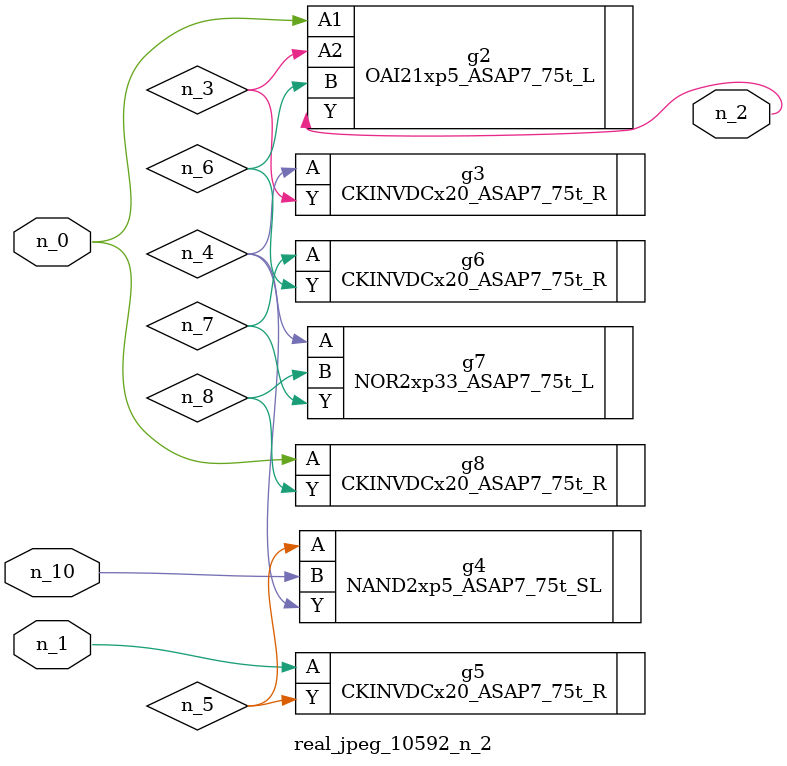
<source format=v>
module real_jpeg_10592_n_2 (n_1, n_10, n_0, n_2);

input n_1;
input n_10;
input n_0;

output n_2;

wire n_5;
wire n_4;
wire n_8;
wire n_6;
wire n_7;
wire n_3;

OAI21xp5_ASAP7_75t_L g2 ( 
.A1(n_0),
.A2(n_3),
.B(n_6),
.Y(n_2)
);

CKINVDCx20_ASAP7_75t_R g8 ( 
.A(n_0),
.Y(n_8)
);

CKINVDCx20_ASAP7_75t_R g5 ( 
.A(n_1),
.Y(n_5)
);

CKINVDCx20_ASAP7_75t_R g3 ( 
.A(n_4),
.Y(n_3)
);

NOR2xp33_ASAP7_75t_L g7 ( 
.A(n_4),
.B(n_8),
.Y(n_7)
);

NAND2xp5_ASAP7_75t_SL g4 ( 
.A(n_5),
.B(n_10),
.Y(n_4)
);

CKINVDCx20_ASAP7_75t_R g6 ( 
.A(n_7),
.Y(n_6)
);


endmodule
</source>
